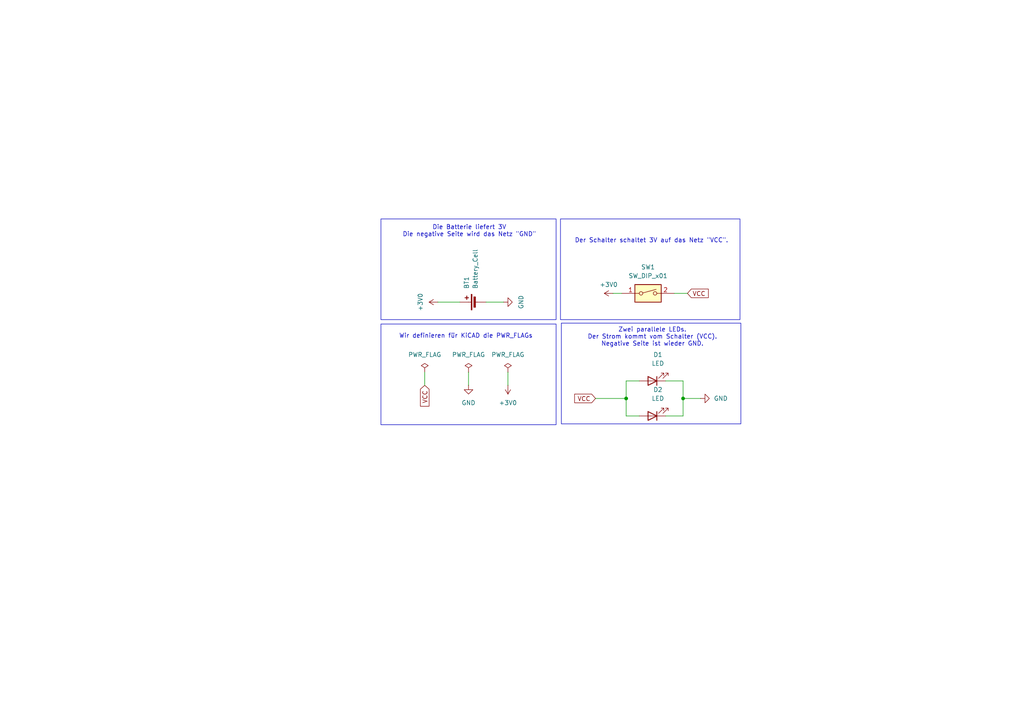
<source format=kicad_sch>
(kicad_sch (version 20231120) (generator "eeschema") (generator_version "8.0")
  (paper "A4")
  (lib_symbols
    (symbol "Device:Battery_Cell" (pin_numbers hide) (pin_names (offset 0) hide)
      (property "Reference" "BT" (at 2.54 2.54 0))
      (property "Value" "Battery_Cell" (at 2.54 0 0))
      (symbol "Battery_Cell_0_1"
        (rectangle (start -2.286 1.778) (end 2.286 1.524) (fill (type outline)))
        (rectangle (start -1.524 1.016) (end 1.524 0.508) (fill (type outline)))
        (polyline (pts (xy 0 0.762) (xy 0 0)))
        (polyline (pts (xy 0 1.778) (xy 0 2.54)))
        (polyline (pts (xy 0.762 3.048) (xy 1.778 3.048)) (stroke (width 0.254)))
        (polyline (pts (xy 1.27 3.556) (xy 1.27 2.54)) (stroke (width 0.254)))
      )
      (symbol "Battery_Cell_1_1"
        (pin passive line (at 0 5.08 270) (length 2.54) (name "+") (number "1"))
        (pin passive line (at 0 -2.54 90) (length 2.54) (name "-") (number "2"))
      )
    )
    (symbol "Device:LED" (pin_numbers hide) (pin_names (offset 1.016) hide)
      (property "Reference" "D" (at 0 2.54 0))
      (property "Value" "LED" (at 0 -2.54 0))
      (symbol "LED_0_1"
        (polyline (pts (xy -1.27 -1.27) (xy -1.27 1.27)) (stroke (width 0.254)))
        (polyline (pts (xy -1.27 0) (xy 1.27 0)))
        (polyline (pts (xy 1.27 -1.27) (xy 1.27 1.27) (xy -1.27 0) (xy 1.27 -1.27)) (stroke (width 0.254)))
        (polyline (pts (xy -3.048 -0.762) (xy -4.572 -2.286) (xy -3.81 -2.286) (xy -4.572 -2.286) (xy -4.572 -1.524)))
        (polyline (pts (xy -1.778 -0.762) (xy -3.302 -2.286) (xy -2.54 -2.286) (xy -3.302 -2.286) (xy -3.302 -1.524)))
      )
      (symbol "LED_1_1"
        (pin passive line (at -3.81 0 0) (length 2.54) (name "K") (number "1"))
        (pin passive line (at 3.81 0 180) (length 2.54) (name "A") (number "2"))
      )
    )
    (symbol "Switch:SW_DIP_x01" (pin_names (offset 0) hide)
      (property "Reference" "SW" (at 0 3.81 0))
      (property "Value" "SW_DIP_x01" (at 0 -3.81 0))
      (symbol "SW_DIP_x01_0_0"
        (circle (center -2.032 0) (radius 0.508))
        (polyline (pts (xy -1.524 0.127) (xy 2.3622 1.1684)))
        (circle (center 2.032 0) (radius 0.508))
      )
      (symbol "SW_DIP_x01_0_1"
        (rectangle (start -3.81 2.54) (end 3.81 -2.54) (stroke (width 0.254)) (fill (type background)))
      )
      (symbol "SW_DIP_x01_1_1"
        (pin passive line (at -7.62 0 0) (length 5.08) (name "~") (number "1"))
        (pin passive line (at 7.62 0 180) (length 5.08) (name "~") (number "2"))
      )
    )
    (symbol "power:+3V0" (power) (pin_numbers hide) (pin_names (offset 0) hide)
      (property "Value" "+3V0" (at 0 3.556 0))
      (symbol "+3V0_0_1"
        (polyline (pts (xy -0.762 1.27) (xy 0 2.54)))
        (polyline (pts (xy 0 0) (xy 0 2.54)))
        (polyline (pts (xy 0 2.54) (xy 0.762 1.27)))
      )
      (symbol "+3V0_1_1"
        (pin power_in line (at 0 0 90) (length 0) (name "~") (number "1"))
      )
    )
    (symbol "power:GND" (power) (pin_numbers hide) (pin_names (offset 0) hide)
      (property "Value" "GND" (at 0 -3.81 0))
      (symbol "GND_0_1"
        (polyline (pts (xy 0 0) (xy 0 -1.27) (xy 1.27 -1.27) (xy 0 -2.54) (xy -1.27 -1.27) (xy 0 -1.27)))
      )
      (symbol "GND_1_1"
        (pin power_in line (at 0 0 270) (length 0) (name "~") (number "1"))
      )
    )
    (symbol "power:PWR_FLAG" (power) (pin_numbers hide) (pin_names (offset 0) hide)
      (property "Value" "PWR_FLAG" (at 0 3.81 0))
      (symbol "PWR_FLAG_0_0"
        (pin power_out line (at 0 0 90) (length 0) (name "~") (number "1"))
      )
      (symbol "PWR_FLAG_0_1"
        (polyline (pts (xy 0 0) (xy 0 1.27) (xy -1.016 1.905) (xy 0 2.54) (xy 1.016 1.905) (xy 0 1.27)))
      )
    )
  )
  (junction (at 198.12 115.57))
  (junction (at 181.61 115.57))
  (wire (pts (xy 195.58 85.09) (xy 199.39 85.09)))
  (wire (pts (xy 198.12 115.57) (xy 203.2 115.57)))
  (wire (pts (xy 147.32 107.95) (xy 147.32 111.76)))
  (wire (pts (xy 123.19 107.95) (xy 123.19 111.76)))
  (wire (pts (xy 140.97 87.63) (xy 146.05 87.63)))
  (wire (pts (xy 193.04 120.65) (xy 198.12 120.65)))
  (wire (pts (xy 127 87.63) (xy 133.35 87.63)))
  (wire (pts (xy 172.72 115.57) (xy 181.61 115.57)))
  (wire (pts (xy 181.61 115.57) (xy 181.61 120.65)))
  (wire (pts (xy 177.8 85.09) (xy 180.34 85.09)))
  (wire (pts (xy 181.61 115.57) (xy 181.61 110.49)))
  (wire (pts (xy 193.04 110.49) (xy 198.12 110.49)))
  (wire (pts (xy 135.89 107.95) (xy 135.89 111.76)))
  (wire (pts (xy 198.12 110.49) (xy 198.12 115.57)))
  (wire (pts (xy 181.61 110.49) (xy 185.42 110.49)))
  (wire (pts (xy 181.61 120.65) (xy 185.42 120.65)))
  (wire (pts (xy 198.12 120.65) (xy 198.12 115.57)))
  (rectangle (start 162.814 93.726) (end 214.884 122.936))
  (rectangle (start 110.49 63.5) (end 161.29 92.71))
  (rectangle (start 110.49 93.98) (end 161.29 123.19))
  (rectangle (start 162.56 63.5) (end 214.63 92.71))
  (text "Zwei parallele LEDs.\nDer Strom kommt vom Schalter (VCC).\nNegative Seite ist wieder GND." (at 189.23 97.79 0) (effects (font (size 1.27 1.27))))
  (text "Wir definieren für KiCAD die PWR_FLAGs" (at 135.128 97.536 0) (effects (font (size 1.27 1.27))))
  (text "Die Batterie liefert 3V\nDie negative Seite wird das Netz \"GND\"" (at 136.144 67.056 0) (effects (font (size 1.27 1.27))))
  (text "Der Schalter schaltet 3V auf das Netz \"VCC\"." (at 188.976 69.85 0) (effects (font (size 1.27 1.27))))
  (global_label "VCC" (shape input) (at 123.19 111.76 270) (property "Intersheetrefs" "${INTERSHEET_REFS}" (effects (hide yes))))
  (global_label "VCC" (shape input) (at 172.72 115.57 180) (property "Intersheetrefs" "${INTERSHEET_REFS}" (effects (hide yes))))
  (global_label "VCC" (shape input) (at 199.39 85.09 0) (property "Intersheetrefs" "${INTERSHEET_REFS}" (effects (hide yes))))
  (symbol (lib_id "power:GND") (at 146.05 87.63 90) (unit 1)
    (property "Reference" "#PWR04" (effects (hide yes)))
    (property "Value" "GND" (at 151.13 87.63 0))
    (property "Description" "Power symbol creates a global label with name \"GND\" , ground" (effects (hide yes)))
  )
  (symbol (lib_id "power:PWR_FLAG") (at 147.32 107.95 0) (unit 1)
    (property "Reference" "#FLG03" (effects (hide yes)))
    (property "Value" "PWR_FLAG" (at 147.32 102.87 0))
    (property "Description" "Special symbol for telling ERC where power comes from" (effects (hide yes)))
  )
  (symbol (lib_id "power:GND") (at 203.2 115.57 90) (unit 1)
    (property "Reference" "#PWR05" (effects (hide yes)))
    (property "Value" "GND" (at 207.01 115.5699 90) (effects (justify right)))
    (property "Description" "Power symbol creates a global label with name \"GND\" , ground" (effects (hide yes)))
  )
  (symbol (lib_id "power:GND") (at 135.89 111.76 0) (unit 1)
    (property "Reference" "#PWR01" (effects (hide yes)))
    (property "Value" "GND" (at 135.89 116.84 0))
    (property "Description" "Power symbol creates a global label with name \"GND\" , ground" (effects (hide yes)))
  )
  (symbol (lib_id "Device:LED") (at 189.23 110.49 180) (unit 1)
    (property "Reference" "D1" (at 190.8175 102.87 0))
    (property "Value" "LED" (at 190.8175 105.41 0))
    (property "Footprint" "LED_THT:LED_D5.0mm_Clear" (effects (hide yes)))
    (property "Description" "Light emitting diode" (effects (hide yes)))
  )
  (symbol (lib_id "Device:LED") (at 189.23 120.65 180) (unit 1)
    (property "Reference" "D2" (at 190.8175 113.03 0))
    (property "Value" "LED" (at 190.8175 115.57 0))
    (property "Footprint" "LED_THT:LED_D5.0mm_Clear" (effects (hide yes)))
    (property "Description" "Light emitting diode" (effects (hide yes)))
  )
  (symbol (lib_id "power:+3V0") (at 127 87.63 90) (unit 1)
    (property "Reference" "#PWR03" (effects (hide yes)))
    (property "Value" "+3V0" (at 121.92 87.63 0))
    (property "Description" "Power symbol creates a global label with name \"+3V0\"" (effects (hide yes)))
  )
  (symbol (lib_id "power:+3V0") (at 147.32 111.76 180) (unit 1)
    (property "Reference" "#PWR02" (effects (hide yes)))
    (property "Value" "+3V0" (at 147.32 116.84 0))
    (property "Description" "Power symbol creates a global label with name \"+3V0\"" (effects (hide yes)))
  )
  (symbol (lib_id "Device:Battery_Cell") (at 138.43 87.63 90) (unit 1)
    (property "Reference" "BT1" (at 135.3184 83.82 0) (effects (justify left)))
    (property "Value" "Battery_Cell" (at 137.8584 83.82 0) (effects (justify left)))
    (property "Footprint" "blinkyparts:BatteryHolder_Keystone_1060_1x2032_HandSoldering" (effects (hide yes)))
    (property "Description" "Single-cell battery" (effects (hide yes)))
  )
  (symbol (lib_id "power:PWR_FLAG") (at 123.19 107.95 0) (unit 1)
    (property "Reference" "#FLG01" (effects (hide yes)))
    (property "Value" "PWR_FLAG" (at 123.19 102.87 0))
    (property "Description" "Special symbol for telling ERC where power comes from" (effects (hide yes)))
  )
  (symbol (lib_id "Switch:SW_DIP_x01") (at 187.96 85.09 0) (unit 1)
    (property "Reference" "SW1" (at 187.96 77.47 0))
    (property "Value" "SW_DIP_x01" (at 187.96 80.01 0))
    (property "Footprint" "blinkyparts:Push_Button" (effects (hide yes)))
    (property "Description" "1x DIP Switch, Single Pole Single Throw (SPST) switch, small symbol" (effects (hide yes)))
  )
  (symbol (lib_id "power:PWR_FLAG") (at 135.89 107.95 0) (unit 1)
    (property "Reference" "#FLG02" (effects (hide yes)))
    (property "Value" "PWR_FLAG" (at 135.89 102.87 0))
    (property "Description" "Special symbol for telling ERC where power comes from" (effects (hide yes)))
  )
  (symbol (lib_id "power:+3V0") (at 177.8 85.09 90) (unit 1)
    (property "Reference" "#PWR06" (effects (hide yes)))
    (property "Value" "+3V0" (at 176.53 82.55 90))
    (property "Description" "Power symbol creates a global label with name \"+3V0\"" (effects (hide yes)))
  )
)
</source>
